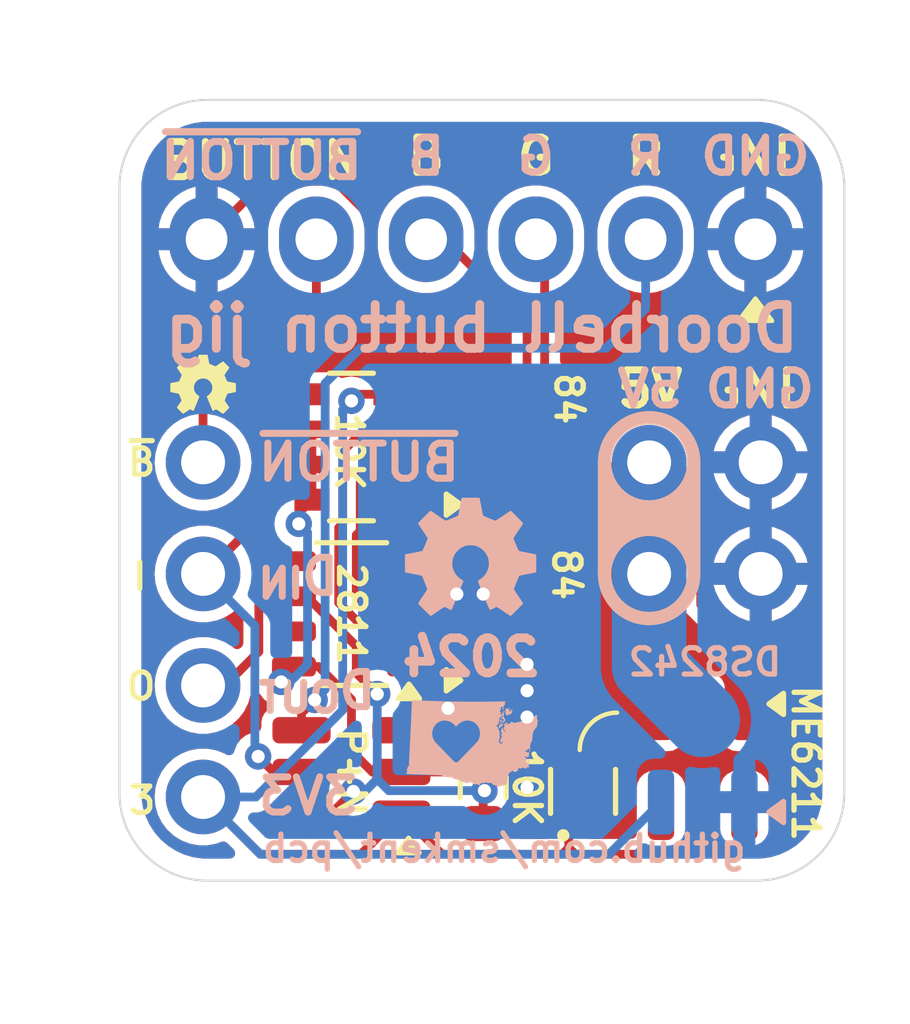
<source format=kicad_pcb>
(kicad_pcb (version 20240108) (generator "pcbnew") (generator_version "8.0")
  (layers (0 "F.Cu" signal) (31 "B.Cu" signal) (34 "B.Paste" user) (35 "F.Paste" user) (36 "B.SilkS" user "B.Silkscreen") (37 "F.SilkS" user "F.Silkscreen") (38 "B.Mask" user) (39 "F.Mask" user) (44 "Edge.Cuts" user))
  (net 0 "")
  (net 1 "GND")
  (net 2 "BUTTON")
  (net 3 "BUTTON_LED_B")
  (net 4 "BUTTON_LED_R")
  (net 5 "BUTTON_LED_G")
  (net 6 "+5V")
  (net 7 "BUTTON_LED_R_EN")
  (net 8 "BUTTON_LED_G_EN")
  (net 9 "+3V3")
  (net 10 "BUTTON_LED_B_EN")
  (net 14 "DATA_OUT")
  (net 15 "DATA_IN")
  (net 16 "DATA_IN_3V3")
  (footprint "custom:JST_XH_B6B-XH-A_1x06_P2.50mm_Vertical_slim" (layer "F.Cu") (at 147.2 96.52 180)
    (property "Reference" "J3" (hide yes))
    (property "Value" "JST XH")
    (pad "1" thru_hole oval (at 0 0 180) (size 1.7 1.95) (drill 0.95) (layers "*.Cu" "*.Mask") (net 1 "GND"))
    (pad "2" thru_hole oval (at 2.5 0 180) (size 1.7 1.95) (drill 0.95) (layers "*.Cu" "*.Mask") (net 4 "BUTTON_LED_R"))
    (pad "3" thru_hole oval (at 5 0 180) (size 1.7 1.95) (drill 0.95) (layers "*.Cu" "*.Mask") (net 5 "BUTTON_LED_G"))
    (pad "4" thru_hole oval (at 7.5 0 180) (size 1.7 1.95) (drill 0.95) (layers "*.Cu" "*.Mask") (net 3 "BUTTON_LED_B"))
    (pad "5" thru_hole oval (at 10 0 180) (size 1.7 1.95) (drill 0.95) (layers "*.Cu" "*.Mask") (net 2 "BUTTON"))
    (pad "6" thru_hole oval (at 12.5 0 180) (size 1.7 1.95) (drill 0.95) (layers "*.Cu" "*.Mask") (net 1 "GND"))
  )
  (footprint "custom:SOT-23_simple" (layer "F.Cu") (at 142 101.4 90)
    (property "Reference" "Q1" (hide yes))
    (property "Value" "BSS84")
    (pad "1" smd roundrect (at -0.9375 -0.95 90) (size 1.475 0.6) (layers "F.Cu" "F.Paste" "F.Mask") (net 10 "BUTTON_LED_B_EN"))
    (pad "2" smd roundrect (at -0.9375 0.95 90) (size 1.475 0.6) (layers "F.Cu" "F.Paste" "F.Mask") (net 6 "+5V"))
    (pad "3" smd roundrect (at 0.9375 0 90) (size 1.475 0.6) (layers "F.Cu" "F.Paste" "F.Mask") (net 3 "BUTTON_LED_B"))
  )
  (footprint "custom:SOT-23_simple" (layer "F.Cu") (at 142 105.4 90)
    (property "Reference" "Q2" (hide yes))
    (property "Value" "BSS84")
    (pad "1" smd roundrect (at -0.9375 -0.95 90) (size 1.475 0.6) (layers "F.Cu" "F.Paste" "F.Mask") (net 8 "BUTTON_LED_G_EN"))
    (pad "2" smd roundrect (at -0.9375 0.95 90) (size 1.475 0.6) (layers "F.Cu" "F.Paste" "F.Mask") (net 6 "+5V"))
    (pad "3" smd roundrect (at 0.9375 0 90) (size 1.475 0.6) (layers "F.Cu" "F.Paste" "F.Mask") (net 5 "BUTTON_LED_G"))
  )
  (footprint "custom:SOT-23-5_simple" (layer "F.Cu") (at 146 108.4 -90)
    (property "Reference" "U4" (hide yes))
    (property "Value" "ME6211C33M5")
    (pad "1" smd roundrect (at -1.1375 -0.95 270) (size 1.325 0.6) (layers "F.Cu" "F.Paste" "F.Mask") (net 6 "+5V"))
    (pad "2" smd roundrect (at -1.1375 0 270) (size 1.325 0.6) (layers "F.Cu" "F.Paste" "F.Mask") (net 1 "GND"))
    (pad "3" smd roundrect (at -1.1375 0.95 270) (size 1.325 0.6) (layers "F.Cu" "F.Paste" "F.Mask") (net 6 "+5V"))
    (pad "4" smd roundrect (at 1.1375 0.95 270) (size 1.325 0.6) (layers "F.Cu" "F.Paste" "F.Mask"))
    (pad "5" smd roundrect (at 1.1375 -0.95 270) (size 1.325 0.6) (layers "F.Cu" "F.Paste" "F.Mask") (net 9 "+3V3"))
  )
  (footprint "Resistor_SMD:R_0603_1608Metric" (layer "F.Cu") (at 141 109 90)
    (property "Reference" "R5" (hide yes))
    (property "Value" "10K")
    (pad "1" smd roundrect (at -0.825 0 90) (size 0.8 0.95) (layers "F.Cu" "F.Paste" "F.Mask") (net 15 "DATA_IN"))
    (pad "2" smd roundrect (at 0.825 0 90) (size 0.8 0.95) (layers "F.Cu" "F.Paste" "F.Mask") (net 6 "+5V"))
  )
  (footprint "Resistor_SMD:R_Array_Convex_4x0603" (layer "F.Cu") (at 138 101.25 180)
    (property "Reference" "RN1" (hide yes))
    (property "Value" "10K")
    (pad "1" smd rect (at -0.9 -1.2 180) (size 0.8 0.5) (layers "F.Cu" "F.Paste" "F.Mask") (net 10 "BUTTON_LED_B_EN"))
    (pad "2" smd rect (at -0.9 -0.4 180) (size 0.8 0.4) (layers "F.Cu" "F.Paste" "F.Mask") (net 8 "BUTTON_LED_G_EN"))
    (pad "3" smd rect (at -0.9 0.4 180) (size 0.8 0.4) (layers "F.Cu" "F.Paste" "F.Mask") (net 7 "BUTTON_LED_R_EN"))
    (pad "4" smd rect (at -0.9 1.2 180) (size 0.8 0.5) (layers "F.Cu" "F.Paste" "F.Mask") (net 9 "+3V3"))
    (pad "5" smd rect (at 0.9 1.2 180) (size 0.8 0.5) (layers "F.Cu" "F.Paste" "F.Mask") (net 16 "DATA_IN_3V3"))
    (pad "6" smd rect (at 0.9 0.4 180) (size 0.8 0.4) (layers "F.Cu" "F.Paste" "F.Mask") (net 6 "+5V"))
    (pad "7" smd rect (at 0.9 -0.4 180) (size 0.8 0.4) (layers "F.Cu" "F.Paste" "F.Mask") (net 6 "+5V"))
    (pad "8" smd rect (at 0.9 -1.2 180) (size 0.8 0.5) (layers "F.Cu" "F.Paste" "F.Mask") (net 6 "+5V"))
  )
  (footprint "custom:SOT-23-6_simple" (layer "F.Cu") (at 138 108.65 180)
    (property "Reference" "Q3" (hide yes))
    (property "Value" "G1NP02LLE")
    (pad "1" smd roundrect (at -1.1375 -0.95 180) (size 1.325 0.6) (layers "F.Cu" "F.Paste" "F.Mask") (net 9 "+3V3"))
    (pad "2" smd roundrect (at -1.1375 0 180) (size 1.325 0.6) (layers "F.Cu" "F.Paste" "F.Mask") (net 6 "+5V"))
    (pad "3" smd roundrect (at -1.1375 0.95 180) (size 1.325 0.6) (layers "F.Cu" "F.Paste" "F.Mask") (net 7 "BUTTON_LED_R_EN"))
    (pad "4" smd roundrect (at 1.1375 0.95 180) (size 1.325 0.6) (layers "F.Cu" "F.Paste" "F.Mask") (net 4 "BUTTON_LED_R"))
    (pad "5" smd roundrect (at 1.1375 0 180) (size 1.325 0.6) (layers "F.Cu" "F.Paste" "F.Mask") (net 16 "DATA_IN_3V3"))
    (pad "6" smd roundrect (at 1.1375 -0.95 180) (size 1.325 0.6) (layers "F.Cu" "F.Paste" "F.Mask") (net 15 "DATA_IN"))
  )
  (footprint "Package_SON:Texas_X2SON-4_1x1mm_P0.65mm" (layer "F.Cu") (at 143.275 109.0925 90)
    (property "Reference" "U3" (hide yes))
    (property "Value" "~")
    (pad "1" smd custom (at -0.43 -0.325 90) (size 0.148492 0.148492) (layers "F.Cu") (net 9 "+3V3") (options (clearance outline) (anchor circle)) (primitives (gr_poly (pts (xy 0.23 -0.054289) (xy 0.020711 0.155) (xy -0.23 0.155) (xy -0.23 -0.155) (xy 0.23 -0.155)) (width 0) (fill yes))))
    (pad "2" smd custom (at -0.43 0.325 90) (size 0.148492 0.148492) (layers "F.Cu") (net 1 "GND") (options (clearance outline) (anchor circle)) (primitives (gr_poly (pts (xy 0.23 0.054289) (xy 0.23 0.155) (xy -0.23 0.155) (xy -0.23 -0.155) (xy 0.020711 -0.155)) (width 0) (fill yes))))
    (pad "3" smd custom (at 0.43 0.325 90) (size 0.148492 0.148492) (layers "F.Cu") (net 6 "+5V") (options (clearance outline) (anchor circle)) (primitives (gr_poly (pts (xy 0.23 0.155) (xy -0.23 0.155) (xy -0.23 0.054289) (xy -0.020711 -0.155) (xy 0.23 -0.155)) (width 0) (fill yes))))
    (pad "4" smd custom (at 0.43 -0.325 90) (size 0.148492 0.148492) (layers "F.Cu") (net 6 "+5V") (options (clearance outline) (anchor circle)) (primitives (gr_poly (pts (xy 0.23 0.155) (xy -0.020711 0.155) (xy -0.23 -0.054289) (xy -0.23 -0.155) (xy 0.23 -0.155)) (width 0) (fill yes))))
    (pad "5" smd roundrect (at 0 0 135) (size 0.58 0.58) (layers "F.Cu" "F.Paste" "F.Mask"))
  )
  (footprint "lcsc:FSOP-8_L3.3-W1.7-P0.80-LS2.9-BL" (layer "F.Cu") (at 138 105.05 180)
    (property "Reference" "U1" (hide yes))
    (property "Value" "WS2811F")
    (pad "1" smd roundrect (at -1.31 -1.2 270) (size 0.45 1) (layers "F.Cu" "F.Paste" "F.Mask") (net 7 "BUTTON_LED_R_EN"))
    (pad "2" smd roundrect (at -1.31 -0.4 270) (size 0.45 1) (layers "F.Cu" "F.Paste" "F.Mask") (net 8 "BUTTON_LED_G_EN"))
    (pad "3" smd roundrect (at -1.31 0.4 270) (size 0.45 1) (layers "F.Cu" "F.Paste" "F.Mask") (net 10 "BUTTON_LED_B_EN"))
    (pad "4" smd roundrect (at -1.31 1.2 270) (size 0.45 1) (layers "F.Cu" "F.Paste" "F.Mask") (net 1 "GND"))
    (pad "5" smd roundrect (at 1.31 1.2 270) (size 0.45 1) (layers "F.Cu" "F.Paste" "F.Mask") (net 14 "DATA_OUT"))
    (pad "6" smd roundrect (at 1.31 0.4 270) (size 0.45 1) (layers "F.Cu" "F.Paste" "F.Mask") (net 15 "DATA_IN"))
    (pad "7" smd roundrect (at 1.31 -0.4 270) (size 0.45 1) (layers "F.Cu" "F.Paste" "F.Mask"))
    (pad "8" smd roundrect (at 1.31 -1.2 270) (size 0.45 1) (layers "F.Cu" "F.Paste" "F.Mask") (net 6 "+5V"))
  )
  (footprint "graphics:oshw-logo-1.5mm" (layer "F.Cu") (at 134.62 99.822)
    (property "Reference" "G***" (hide yes))
    (property "Value" "LOGO" (hide yes))
  )
  (footprint "custom:SOT-23_simple" (layer "B.Cu") (at 146 108.4 90)
    (property "Reference" "U2" (hide yes))
    (property "Value" "DS8242-50SS3")
    (pad "1" smd roundrect (at -0.9375 0.95 90) (size 1.475 0.6) (layers "B.Cu" "B.Paste" "B.Mask") (net 1 "GND"))
    (pad "2" smd roundrect (at -0.9375 -0.95 90) (size 1.475 0.6) (layers "B.Cu" "B.Paste" "B.Mask") (net 9 "+3V3"))
    (pad "3" smd roundrect (at 0.9375 0 90) (size 1.475 0.6) (layers "B.Cu" "B.Paste" "B.Mask") (net 6 "+5V"))
  )
  (footprint "custom:PinHeader_2x02_P2.54mm_Vertical_simple" (layer "B.Cu") (at 144.78 104.14)
    (property "Reference" "J4" (hide yes))
    (property "Value" "Pin Headers")
    (pad "1" thru_hole circle (at 0 0) (size 1.7 1.7) (drill 1) (layers "*.Cu" "*.Mask") (net 6 "+5V"))
    (pad "2" thru_hole oval (at 2.54 0) (size 1.7 1.7) (drill 1) (layers "*.Cu" "*.Mask") (net 1 "GND"))
    (pad "3" thru_hole oval (at 0 -2.54) (size 1.7 1.7) (drill 1) (layers "*.Cu" "*.Mask") (net 6 "+5V"))
    (pad "4" thru_hole oval (at 2.54 -2.54) (size 1.7 1.7) (drill 1) (layers "*.Cu" "*.Mask") (net 1 "GND"))
  )
  (footprint "graphics:wa-state-heart-3mm" (layer "B.Cu") (at 140.75 108 180)
    (property "Reference" "G***" (hide yes))
    (property "Value" "LOGO" (hide yes))
  )
  (footprint "graphics:oshw-logo-3mm" (layer "B.Cu") (at 140.716 103.75 180)
    (property "Reference" "G***" (hide yes))
    (property "Value" "LOGO" (hide yes))
  )
  (footprint "custom:PinHeader_1x04_P2.54mm_Vertical_simple" (layer "B.Cu") (at 134.62 101.6 180)
    (property "Reference" "J1" (hide yes))
    (property "Value" "Pin headers")
    (pad "1" thru_hole oval (at 0 0 180) (size 1.7 1.7) (drill 1) (layers "*.Cu" "*.Mask") (net 2 "BUTTON"))
    (pad "2" thru_hole oval (at 0 -2.54 180) (size 1.7 1.7) (drill 1) (layers "*.Cu" "*.Mask") (net 16 "DATA_IN_3V3"))
    (pad "3" thru_hole oval (at 0 -5.08 180) (size 1.7 1.7) (drill 1) (layers "*.Cu" "*.Mask") (net 14 "DATA_OUT"))
    (pad "4" thru_hole oval (at 0 -7.62 180) (size 1.7 1.7) (drill 1) (layers "*.Cu" "*.Mask") (net 9 "+3V3"))
  )
  (gr_circle (center 144.78 104.14) (end 144.78 105.156) (stroke (width 0.3)) (fill none) (layer "B.SilkS"))
  (gr_circle (center 144.78 101.6) (end 144.78 102.616) (stroke (width 0.3)) (fill none) (layer "B.SilkS"))
  (gr_poly (pts (arc (start 143.764 104.14) (mid 144.78 103.124) (end 145.796 104.14)) (arc (start 145.796 101.6) (mid 144.78 102.616) (end 143.764 101.6))) (stroke (width 0.3)) (fill solid) (layer "B.SilkS"))
  (gr_circle (center 144.78 101.6) (end 144.78 102.616) (stroke (width 0.3)) (fill none) (layer "F.SilkS"))
  (gr_arc (start 143.2 108.15) (mid 143.448959 107.548959) (end 144.05 107.3) (stroke (width 0.1)) (layer "F.SilkS"))
  (gr_circle (center 144.78 104.14) (end 144.78 105.156) (stroke (width 0.3)) (fill none) (layer "F.SilkS"))
  (gr_poly (pts (arc (start 145.796 104.14) (mid 144.78 103.124) (end 143.764 104.14)) (arc (start 143.764 101.6) (mid 144.78 102.616) (end 145.796 101.6))) (stroke (width 0.3)) (fill solid) (layer "F.SilkS"))
  (gr_poly (pts (arc (start 149.225 95.345) (mid 148.639214 93.930786) (end 147.225 93.345)) (arc (start 134.715 93.345) (mid 133.300786 93.930786) (end 132.715 95.345)) (arc (start 132.715 109.125) (mid 133.300786 110.539214) (end 134.715 111.125)) (arc (start 147.225 111.125) (mid 148.639214 110.539214) (end 149.225 109.125))) (stroke (width 0.05)) (fill none) (layer "Edge.Cuts"))
  (gr_text "GND" (at 147.3 100.4 0) (layer "B.SilkS") (effects (font (size 0.8 0.8) (thickness 0.16) (bold yes)) (justify bottom mirror)))
  (gr_text "2024" (at 140.716 106.036 0) (layer "B.SilkS") (effects (font (size 0.8 0.8) (thickness 0.2) (bold yes)) (justify mirror)))
  (gr_text "D_{OUT}" (at 135.8 106.8 0) (layer "B.SilkS") (effects (font (size 0.8 0.8) (thickness 0.16) (bold yes)) (justify right mirror)))
  (gr_text "DS8242" (at 146.05 106.5 0) (layer "B.SilkS") (effects (font (size 0.6 0.6) (thickness 0.12) (bold yes)) (justify bottom mirror)))
  (gr_text "~{BUTTON}" (at 135.8 101.6 0) (layer "B.SilkS") (effects (font (size 0.8 0.8) (thickness 0.16) (bold yes)) (justify right mirror)))
  (gr_text "GND" (at 147.2 95.1 0) (layer "B.SilkS") (effects (font (size 0.8 0.8) (thickness 0.16) (bold yes)) (justify bottom mirror)))
  (gr_text "3V3" (at 135.8 109.2 0) (layer "B.SilkS") (effects (font (size 0.8 0.8) (thickness 0.16) (bold yes)) (justify right mirror)))
  (gr_text "G" (at 142.2 95.1 0) (layer "B.SilkS") (effects (font (size 0.8 0.8) (thickness 0.16) (bold yes)) (justify bottom mirror)))
  (gr_text "github.com/smkent/pcb" (at 141.478 110.744 0) (layer "B.SilkS") (effects (font (size 0.6 0.6) (thickness 0.12) (bold yes)) (justify bottom mirror)))
  (gr_text "R" (at 144.7 95.1 0) (layer "B.SilkS") (effects (font (size 0.8 0.8) (thickness 0.16) (bold yes)) (justify bottom mirror)))
  (gr_text "B" (at 139.7 95.1 0) (layer "B.SilkS") (effects (font (size 0.8 0.8) (thickness 0.16) (bold yes)) (justify bottom mirror)))
  (gr_text "5V" (at 144.8 100.4 0) (layer "B.SilkS") (effects (font (size 0.8 0.8) (thickness 0.16) (bold yes)) (justify bottom mirror)))
  (gr_text "Doorbell button jig" (at 140.97 98.552 0) (layer "B.SilkS") (effects (font (size 1 1) (thickness 0.2) (bold yes)) (justify mirror)))
  (gr_text "~{BUTTON}" (at 135.95 95.2 0) (layer "B.SilkS") (effects (font (size 0.8 0.8) (thickness 0.16) (bold yes)) (justify bottom mirror)))
  (gr_text "D_{IN}" (at 135.8 104.2 0) (layer "B.SilkS") (effects (font (size 0.8 0.8) (thickness 0.16) (bold yes)) (justify right mirror)))
  (gr_text "5V" (at 144.8 100.4 0) (layer "F.SilkS") (effects (font (size 0.8 0.8) (thickness 0.16) (bold yes)) (justify bottom)))
  (gr_text "B" (at 139.7 95.1 0) (layer "F.SilkS") (effects (font (size 0.8 0.8) (thickness 0.16) (bold yes)) (justify bottom)))
  (gr_text "84" (at 142.95 100.8 -90) (layer "F.SilkS") (effects (font (size 0.6 0.6) (thickness 0.12) (bold yes)) (justify right)))
  (gr_text "2811" (at 138 105.05 -90) (layer "F.SilkS") (effects (font (size 0.6 0.6) (thickness 0.12) (bold yes))))
  (gr_text "~{BUTTON}" (at 135.95 95.2 0) (layer "F.SilkS") (effects (font (size 0.8 0.8) (thickness 0.16) (bold yes)) (justify bottom)))
  (gr_text "GND" (at 147.2 95.1 0) (layer "F.SilkS") (effects (font (size 0.8 0.8) (thickness 0.16) (bold yes)) (justify bottom)))
  (gr_text "84" (at 142.9 104.8 -90) (layer "F.SilkS") (effects (font (size 0.6 0.6) (thickness 0.12) (bold yes)) (justify right)))
  (gr_text "O" (at 133.6 106.7 0) (layer "F.SilkS") (effects (font (size 0.6 0.6) (thickness 0.12) (bold yes)) (justify right)))
  (gr_text "10K" (at 137.95 101.35 -90) (layer "F.SilkS") (effects (font (size 0.6 0.6) (thickness 0.12) (bold yes))))
  (gr_text "10K" (at 141.65 109 -90) (layer "F.SilkS") (effects (font (size 0.6 0.6) (thickness 0.12) (bold yes)) (justify bottom)))
  (gr_text "R" (at 144.7 95.1 0) (layer "F.SilkS") (effects (font (size 0.8 0.8) (thickness 0.16) (bold yes)) (justify bottom)))
  (gr_text "P+N" (at 138 108.65 -90) (layer "F.SilkS") (effects (font (size 0.6 0.6) (thickness 0.12) (bold yes))))
  (gr_text "ME6211" (at 148 108.45 -90) (layer "F.SilkS") (effects (font (size 0.6 0.6) (thickness 0.12) (bold yes)) (justify bottom)))
  (gr_text "GND" (at 147.3 100.4 0) (layer "F.SilkS") (effects (font (size 0.8 0.8) (thickness 0.16) (bold yes)) (justify bottom)))
  (gr_text "G" (at 142.2 95.1 0) (layer "F.SilkS") (effects (font (size 0.8 0.8) (thickness 0.16) (bold yes)) (justify bottom)))
  (gr_text "3" (at 133.6 109.3 0) (layer "F.SilkS") (effects (font (size 0.6 0.6) (thickness 0.12) (bold yes)) (justify right)))
  (gr_text "~{B}" (at 133.6 101.6 0) (layer "F.SilkS") (effects (font (size 0.6 0.6) (thickness 0.12) (bold yes)) (justify right)))
  (gr_text "I" (at 133.4 104.2 0) (layer "F.SilkS") (effects (font (size 0.6 0.6) (thickness 0.12) (bold yes)) (justify right)))
  (segment (start 137.631346 95.2) (end 136.02 95.2) (width 0.2) (layer "F.Cu") (net 1))
  (segment (start 141.65 103.115552) (end 141.65 101.490552) (width 0.2) (layer "F.Cu") (net 1))
  (segment (start 138.4 98.240552) (end 138.4 95.968654) (width 0.2) (layer "F.Cu") (net 1))
  (segment (start 141 104.840552) (end 142 105.840552) (width 0.2) (layer "F.Cu") (net 1))
  (segment (start 141 104.6) (end 141 104.840552) (width 0.2) (layer "F.Cu") (net 1))
  (segment (start 140.4 107.4) (end 140.2 107.2) (width 0.2) (layer "F.Cu") (net 1))
  (segment (start 142 105.840552) (end 142 106.2) (width 0.2) (layer "F.Cu") (net 1))
  (segment (start 141.65 101.490552) (end 138.4 98.240552) (width 0.2) (layer "F.Cu") (net 1))
  (segment (start 136.02 95.2) (end 134.7 96.52) (width 0.2) (layer "F.Cu") (net 1))
  (segment (start 138.4 95.968654) (end 137.631346 95.2) (width 0.2) (layer "F.Cu") (net 1))
  (segment (start 139.31 103.85) (end 140.915552 103.85) (width 0.2) (layer "F.Cu") (net 1))
  (segment (start 142 107.4) (end 140.4 107.4) (width 0.2) (layer "F.Cu") (net 1))
  (segment (start 140.915552 103.85) (end 141.65 103.115552) (width 0.2) (layer "F.Cu") (net 1))
  (via (at 142 109) (size 0.6) (drill 0.3) (layers "F.Cu" "B.Cu") (net 1))
  (via (at 140.2 107.2) (size 0.6) (drill 0.3) (layers "F.Cu" "B.Cu") (net 1))
  (via (at 142 106.2) (size 0.6) (drill 0.3) (layers "F.Cu" "B.Cu") (net 1))
  (via (at 140.4 104.6) (size 0.6) (drill 0.3) (layers "F.Cu" "B.Cu") (net 1))
  (via (at 142 106.8) (size 0.6) (drill 0.3) (layers "F.Cu" "B.Cu") (net 1))
  (via (at 142 107.4) (size 0.6) (drill 0.3) (layers "F.Cu" "B.Cu") (net 1))
  (via (at 141 104.6) (size 0.6) (drill 0.3) (layers "F.Cu" "B.Cu") (net 1))
  (segment (start 137.2 97.8) (end 137.2 96.52) (width 0.2) (layer "F.Cu") (net 2))
  (segment (start 134.62 101.6) (end 134.62 100.38) (width 0.2) (layer "F.Cu") (net 2))
  (segment (start 134.62 100.38) (end 137.2 97.8) (width 0.2) (layer "F.Cu") (net 2))
  (segment (start 142 98.4) (end 140.12 96.52) (width 0.2) (layer "F.Cu") (net 3))
  (segment (start 142 100.4625) (end 142 98.4) (width 0.2) (layer "F.Cu") (net 3))
  (segment (start 140.12 96.52) (end 139.7 96.52) (width 0.2) (layer "F.Cu") (net 3))
  (segment (start 136.8625 107.7) (end 136.7 107.7) (width 0.2) (layer "F.Cu") (net 4))
  (segment (start 136.7 107.7) (end 136.6 107.6) (width 0.2) (layer "F.Cu") (net 4))
  (segment (start 136.8625 107.7) (end 136.8625 107.308035) (width 0.2) (layer "F.Cu") (net 4))
  (segment (start 136.8625 107.308035) (end 137.161003 107.009532) (width 0.2) (layer "F.Cu") (net 4))
  (via (at 137.161003 107.009532) (size 0.6) (drill 0.3) (layers "F.Cu" "B.Cu") (net 4))
  (segment (start 137.4 99.8) (end 137.4 106.770535) (width 0.2) (layer "B.Cu") (net 4))
  (segment (start 143.8 99) (end 138.2 99) (width 0.2) (layer "B.Cu") (net 4))
  (segment (start 138.2 99) (end 137.4 99.8) (width 0.2) (layer "B.Cu") (net 4))
  (segment (start 144.7 96.52) (end 144.7 98.1) (width 0.2) (layer "B.Cu") (net 4))
  (segment (start 137.4 106.770535) (end 137.161003 107.009532) (width 0.2) (layer "B.Cu") (net 4))
  (segment (start 144.7 98.1) (end 143.8 99) (width 0.2) (layer "B.Cu") (net 4))
  (segment (start 142.6 101.240552) (end 142.6 99.684448) (width 0.2) (layer "F.Cu") (net 5))
  (segment (start 142.2 101.640552) (end 142.6 101.240552) (width 0.2) (layer "F.Cu") (net 5))
  (segment (start 142 104.4625) (end 142.2 104.2625) (width 0.2) (layer "F.Cu") (net 5))
  (segment (start 142.6 99.684448) (end 142.4 99.484448) (width 0.2) (layer "F.Cu") (net 5))
  (segment (start 142.4 99.484448) (end 142.4 96.72) (width 0.2) (layer "F.Cu") (net 5))
  (segment (start 142.2 104.2625) (end 142.2 101.640552) (width 0.2) (layer "F.Cu") (net 5))
  (segment (start 142.4 96.72) (end 142.2 96.52) (width 0.2) (layer "F.Cu") (net 5))
  (segment (start 137.25 106.25) (end 138 107) (width 0.2) (layer "F.Cu") (net 6))
  (segment (start 143.11 108.5025) (end 142.95 108.6625) (width 0.2) (layer "F.Cu") (net 6))
  (segment (start 140.15 108.65) (end 139.1375 108.65) (width 0.2) (layer "F.Cu") (net 6))
  (segment (start 138 107) (end 138 108.174999) (width 0.2) (layer "F.Cu") (net 6))
  (segment (start 141 108.175) (end 140.625 108.175) (width 0.2) (layer "F.Cu") (net 6))
  (segment (start 143.44 108.5025) (end 143.11 108.5025) (width 0.2) (layer "F.Cu") (net 6))
  (segment (start 145.450001 106.2) (end 146.549999 106.2) (width 0.3) (layer "F.Cu") (net 6))
  (segment (start 138 108.174999) (end 138.475001 108.65) (width 0.2) (layer "F.Cu") (net 6))
  (segment (start 143.6 108.6625) (end 143.44 108.5025) (width 0.2) (layer "F.Cu") (net 6))
  (segment (start 146.549999 106.2) (end 146.95 106.600001) (width 0.3) (layer "F.Cu") (net 6))
  (segment (start 142.4625 108.175) (end 141 108.175) (width 0.2) (layer "F.Cu") (net 6))
  (segment (start 136.69 106.31) (end 136.4 106.6) (width 0.2) (layer "F.Cu") (net 6))
  (segment (start 142.95 106.3375) (end 142.95 102.3375) (width 0.2) (layer "F.Cu") (net 6))
  (segment (start 136.69 106.25) (end 137.25 106.25) (width 0.2) (layer "F.Cu") (net 6))
  (segment (start 140.625 108.175) (end 140.15 108.65) (width 0.2) (layer "F.Cu") (net 6))
  (segment (start 138.475001 108.65) (end 139.1375 108.65) (width 0.2) (layer "F.Cu") (net 6))
  (segment (start 142.95 108.6625) (end 142.95 106.3375) (width 0.2) (layer "F.Cu") (net 6))
  (segment (start 136.8 102.75) (end 137.1 102.45) (width 0.2) (layer "F.Cu") (net 6))
  (segment (start 136.8 103) (end 136.8 102.75) (width 0.2) (layer "F.Cu") (net 6))
  (segment (start 145.05 107.2625) (end 145.05 106.600001) (width 0.3) (layer "F.Cu") (net 6))
  (segment (start 142.95 108.6625) (end 142.4625 108.175) (width 0.2) (layer "F.Cu") (net 6))
  (segment (start 145.05 106.600001) (end 145.450001 106.2) (width 0.3) (layer "F.Cu") (net 6))
  (segment (start 136.69 106.25) (end 136.69 106.31) (width 0.2) (layer "F.Cu") (net 6))
  (segment (start 146.95 106.600001) (end 146.95 107.2625) (width 0.3) (layer "F.Cu") (net 6))
  (segment (start 137.1 100.85) (end 137.1 102.45) (width 0.2) (layer "F.Cu") (net 6))
  (via (at 136.4 106.6) (size 0.6) (drill 0.3) (layers "F.Cu" "B.Cu") (net 6))
  (via (at 136.8 103) (size 0.6) (drill 0.3) (layers "F.Cu" "B.Cu") (net 6))
  (segment (start 144.78 106.2425) (end 146 107.4625) (width 1.7) (layer "B.Cu") (net 6))
  (segment (start 144.78 104.14) (end 144.78 101.6) (width 1.7) (layer "B.Cu") (net 6))
  (segment (start 136.4 106.6) (end 136.6 106.6) (width 0.2) (layer "B.Cu") (net 6))
  (segment (start 137 103.2) (end 136.8 103) (width 0.2) (layer "B.Cu") (net 6))
  (segment (start 137 106.2) (end 137 103.2) (width 0.2) (layer "B.Cu") (net 6))
  (segment (start 136.6 106.6) (end 137 106.2) (width 0.2) (layer "B.Cu") (net 6))
  (segment (start 144.78 104.14) (end 144.78 106.2425) (width 1.7) (layer "B.Cu") (net 6))
  (segment (start 139.31 107.5275) (end 139.1375 107.7) (width 0.2) (layer "F.Cu") (net 7))
  (segment (start 139.02352 106.25) (end 139.31 106.25) (width 0.2) (layer "F.Cu") (net 7))
  (segment (start 138.9 100.85) (end 138.3 100.85) (width 0.2) (layer "F.Cu") (net 7))
  (segment (start 138.51 105.595685) (end 138.51 105.73648) (width 0.2) (layer "F.Cu") (net 7))
  (segment (start 137.8 103) (end 137.71 103.09) (width 0.2) (layer "F.Cu") (net 7))
  (segment (start 137.71 104.795685) (end 138.51 105.595685) (width 0.2) (layer "F.Cu") (net 7))
  (segment (start 139.31 106.25) (end 139.31 107.5275) (width 0.2) (layer "F.Cu") (net 7))
  (segment (start 137.71 103.09) (end 137.71 104.795685) (width 0.2) (layer "F.Cu") (net 7))
  (segment (start 137.8 101.35) (end 137.8 103) (width 0.2) (layer "F.Cu") (net 7))
  (segment (start 138.3 100.85) (end 137.8 101.35) (width 0.2) (layer "F.Cu") (net 7))
  (segment (start 138.51 105.73648) (end 139.02352 106.25) (width 0.2) (layer "F.Cu") (net 7))
  (segment (start 138.2 101.9) (end 138.45 101.65) (width 0.2) (layer "F.Cu") (net 8))
  (segment (start 138.11 103.255686) (end 138.2 103.165686) (width 0.2) (layer "F.Cu") (net 8))
  (segment (start 138.11 104.629999) (end 138.11 103.255686) (width 0.2) (layer "F.Cu") (net 8))
  (segment (start 138.930001 105.45) (end 138.11 104.629999) (width 0.2) (layer "F.Cu") (net 8))
  (segment (start 140.1625 105.45) (end 141.05 106.3375) (width 0.2) (layer "F.Cu") (net 8))
  (segment (start 139.31 105.45) (end 140.1625 105.45) (width 0.2) (layer "F.Cu") (net 8))
  (segment (start 139.31 105.45) (end 138.930001 105.45) (width 0.2) (layer "F.Cu") (net 8))
  (segment (start 138.2 103.165686) (end 138.2 101.9) (width 0.2) (layer "F.Cu") (net 8))
  (segment (start 138.45 101.65) (end 138.9 101.65) (width 0.2) (layer "F.Cu") (net 8))
  (segment (start 142.95 110.375) (end 143.1 110.525) (width 0.2) (layer "F.Cu") (net 9))
  (segment (start 146.95 110.25) (end 146.95 109.5375) (width 0.2) (layer "F.Cu") (net 9))
  (segment (start 140.0625 110.525) (end 139.1375 109.6) (width 0.2) (layer "F.Cu") (net 9))
  (segment (start 138.15 100.05) (end 138.9 100.05) (width 0.2) (layer "F.Cu") (net 9))
  (segment (start 142.8 110.525) (end 140.0625 110.525) (width 0.2) (layer "F.Cu") (net 9))
  (segment (start 146.675 110.525) (end 146.95 110.25) (width 0.2) (layer "F.Cu") (net 9))
  (segment (start 145.8 110.525) (end 146.675 110.525) (width 0.2) (layer "F.Cu") (net 9))
  (segment (start 137.2 110.525) (end 135.925 110.525) (width 0.2) (layer "F.Cu") (net 9))
  (segment (start 142.95 110.25) (end 142.95 110.375) (width 0.2) (layer "F.Cu") (net 9))
  (segment (start 135.925 110.525) (end 134.62 109.22) (width 0.2) (layer "F.Cu") (net 9))
  (segment (start 142.95 109.5225) (end 142.95 110.25) (width 0.2) (layer "F.Cu") (net 9))
  (segment (start 142.95 110.375) (end 142.8 110.525) (width 0.2) (layer "F.Cu") (net 9))
  (segment (start 138 100.2) (end 138.15 100.05) (width 0.2) (layer "F.Cu") (net 9))
  (segment (start 138.2125 110.525) (end 137.2 110.525) (width 0.2) (layer "F.Cu") (net 9))
  (segment (start 137.2 110.525) (end 145.8 110.525) (width 0.2) (layer "F.Cu") (net 9))
  (segment (start 143.1 110.525) (end 145.8 110.525) (width 0.2) (layer "F.Cu") (net 9))
  (segment (start 139.1375 109.6) (end 138.2125 110.525) (width 0.2) (layer "F.Cu") (net 9))
  (via (at 138 100.2) (size 0.6) (drill 0.3) (layers "F.Cu" "B.Cu") (net 9))
  (segment (start 135.822081 109.22) (end 134.62 109.22) (width 0.2) (layer "B.Cu") (net 9))
  (segment (start 143.8625 110.525) (end 135.925 110.525) (width 0.2) (layer "B.Cu") (net 9))
  (segment (start 137.8 107.242081) (end 135.822081 109.22) (width 0.2) (layer "B.Cu") (net 9))
  (segment (start 137.8 100.4) (end 137.8 107.242081) (width 0.2) (layer "B.Cu") (net 9))
  (segment (start 135.925 110.525) (end 134.62 109.22) (width 0.2) (layer "B.Cu") (net 9))
  (segment (start 145.05 109.3375) (end 143.8625 110.525) (width 0.2) (layer "B.Cu") (net 9))
  (segment (start 138 100.2) (end 137.8 100.4) (width 0.2) (layer "B.Cu") (net 9))
  (segment (start 138.51 104.349999) (end 138.51 103.421372) (width 0.2) (layer "F.Cu") (net 10))
  (segment (start 138.6 103.331372) (end 138.6 102.75) (width 0.2) (layer "F.Cu") (net 10))
  (segment (start 138.9 102.45) (end 140.9375 102.45) (width 0.2) (layer "F.Cu") (net 10))
  (segment (start 138.51 103.421372) (end 138.6 103.331372) (width 0.2) (layer "F.Cu") (net 10))
  (segment (start 138.810001 104.65) (end 138.51 104.349999) (width 0.2) (layer "F.Cu") (net 10))
  (segment (start 138.6 102.75) (end 138.9 102.45) (width 0.2) (layer "F.Cu") (net 10))
  (segment (start 140.9375 102.45) (end 141.05 102.3375) (width 0.2) (layer "F.Cu") (net 10))
  (segment (start 139.31 104.65) (end 138.810001 104.65) (width 0.2) (layer "F.Cu") (net 10))
  (segment (start 135.12 106.68) (end 135.89 105.91) (width 0.2) (layer "F.Cu") (net 14))
  (segment (start 135.89 105.91) (end 135.89 104.36352) (width 0.2) (layer "F.Cu") (net 14))
  (segment (start 135.89 104.36352) (end 136.40352 103.85) (width 0.2) (layer "F.Cu") (net 14))
  (segment (start 134.62 106.68) (end 135.12 106.68) (width 0.2) (layer "F.Cu") (net 14))
  (segment (start 136.40352 103.85) (end 136.69 103.85) (width 0.2) (layer "F.Cu") (net 14))
  (segment (start 138.11 106.398039) (end 138.11 105.78352) (width 0.2) (layer "F.Cu") (net 15))
  (segment (start 138.042769 109.094276) (end 137.537045 109.6) (width 0.2) (layer "F.Cu") (net 15))
  (segment (start 138.586801 106.87484) (end 138.11 106.398039) (width 0.2) (layer "F.Cu") (net 15))
  (segment (start 137.537045 109.6) (end 136.8625 109.6) (width 0.2) (layer "F.Cu") (net 15))
  (segment (start 141 109.104861) (end 141 109.825) (width 0.2) (layer "F.Cu") (net 15))
  (segment (start 136.97648 104.65) (end 136.69 104.65) (width 0.2) (layer "F.Cu") (net 15))
  (segment (start 138.11 105.78352) (end 136.97648 104.65) (width 0.2) (layer "F.Cu") (net 15))
  (segment (start 141.029861 109.075) (end 141 109.104861) (width 0.2) (layer "F.Cu") (net 15))
  (via (at 141.029861 109.075) (size 0.6) (drill 0.3) (layers "F.Cu" "B.Cu") (net 15))
  (via (at 138.586801 106.87484) (size 0.6) (drill 0.3) (layers "F.Cu" "B.Cu") (net 15))
  (via (at 138.042769 109.094276) (size 0.6) (drill 0.3) (layers "F.Cu" "B.Cu") (net 15))
  (segment (start 138.848602 109.075) (end 138.586801 108.813199) (width 0.2) (layer "B.Cu") (net 15))
  (segment (start 141.029861 109.075) (end 138.848602 109.075) (width 0.2) (layer "B.Cu") (net 15))
  (segment (start 138.586801 108.813199) (end 138.305724 109.094276) (width 0.2) (layer "B.Cu") (net 15))
  (segment (start 138.586801 106.87484) (end 138.586801 108.813199) (width 0.2) (layer "B.Cu") (net 15))
  (segment (start 138.305724 109.094276) (end 138.042769 109.094276) (width 0.2) (layer "B.Cu") (net 15))
  (segment (start 135.874267 108.297083) (end 136.227184 108.65) (width 0.2) (layer "F.Cu") (net 16))
  (segment (start 136.75 100.05) (end 136.4 100.4) (width 0.2) (layer "F.Cu") (net 16))
  (segment (start 136.4 100.4) (end 136.4 102.4) (width 0.2) (layer "F.Cu") (net 16))
  (segment (start 136.227184 108.65) (end 136.8625 108.65) (width 0.2) (layer "F.Cu") (net 16))
  (segment (start 137.1 100.05) (end 136.75 100.05) (width 0.2) (layer "F.Cu") (net 16))
  (segment (start 134.66 104.14) (end 134.62 104.14) (width 0.2) (layer "F.Cu") (net 16))
  (segment (start 136.4 102.4) (end 134.66 104.14) (width 0.2) (layer "F.Cu") (net 16))
  (via (at 135.874267 108.297083) (size 0.6) (drill 0.3) (layers "F.Cu" "B.Cu") (net 16))
  (segment (start 135.8 105.32) (end 134.62 104.14) (width 0.2) (layer "B.Cu") (net 16))
  (segment (start 135.874267 108.297083) (end 135.8 108.222816) (width 0.2) (layer "B.Cu") (net 16))
  (segment (start 135.8 108.222816) (end 135.8 105.32) (width 0.2) (layer "B.Cu") (net 16))
  (zone (net 6) (net_name "+5V") (layer "F.Cu") (priority 1) (connect_pads yes (clearance 0)) (min_thickness 0.25) (fill yes (thermal_gap 0.5) (thermal_bridge_width 0.5) (smoothing fillet) (radius 0.5))
    (polygon (pts (xy 142.6 101.6) (xy 145.6 101.6) (xy 145.6 105) (xy 147.2 106.6) (xy 147.2 107.8) (xy 144.4 107.8) (xy 143.8 108.4) (xy 143.8 108.8) (xy 142.6 108.8)))
  )
  (zone (net 1) (net_name "GND") (layers "F&B.Cu") (connect_pads (clearance 0.25)) (min_thickness 0.25) (fill yes (thermal_gap 0.25) (thermal_bridge_width 0.5))
    (polygon (pts (xy 132.08 91.44) (xy 149.86 91.44) (xy 149.86 111.76) (xy 132.08 111.76)))
  )
)
</source>
